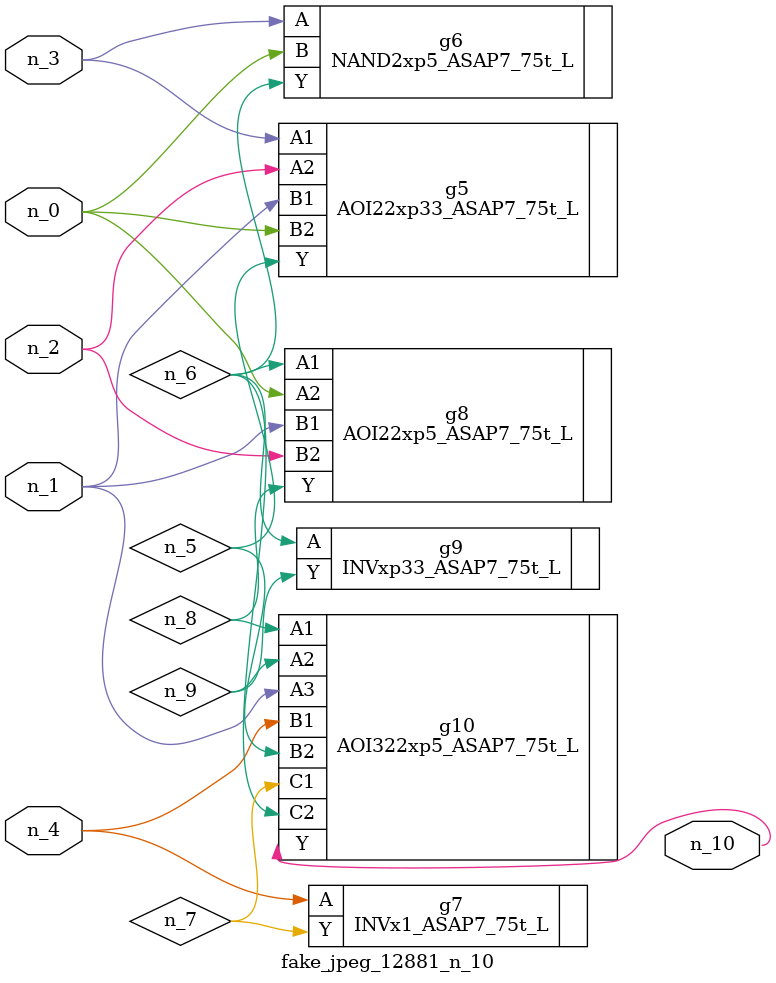
<source format=v>
module fake_jpeg_12881_n_10 (n_3, n_2, n_1, n_0, n_4, n_10);

input n_3;
input n_2;
input n_1;
input n_0;
input n_4;

output n_10;

wire n_8;
wire n_9;
wire n_6;
wire n_5;
wire n_7;

AOI22xp33_ASAP7_75t_L g5 ( 
.A1(n_3),
.A2(n_2),
.B1(n_1),
.B2(n_0),
.Y(n_5)
);

NAND2xp5_ASAP7_75t_L g6 ( 
.A(n_3),
.B(n_0),
.Y(n_6)
);

INVx1_ASAP7_75t_L g7 ( 
.A(n_4),
.Y(n_7)
);

AOI22xp5_ASAP7_75t_L g8 ( 
.A1(n_6),
.A2(n_0),
.B1(n_1),
.B2(n_2),
.Y(n_8)
);

AOI322xp5_ASAP7_75t_L g10 ( 
.A1(n_8),
.A2(n_9),
.A3(n_1),
.B1(n_4),
.B2(n_5),
.C1(n_7),
.C2(n_6),
.Y(n_10)
);

INVxp33_ASAP7_75t_L g9 ( 
.A(n_6),
.Y(n_9)
);


endmodule
</source>
